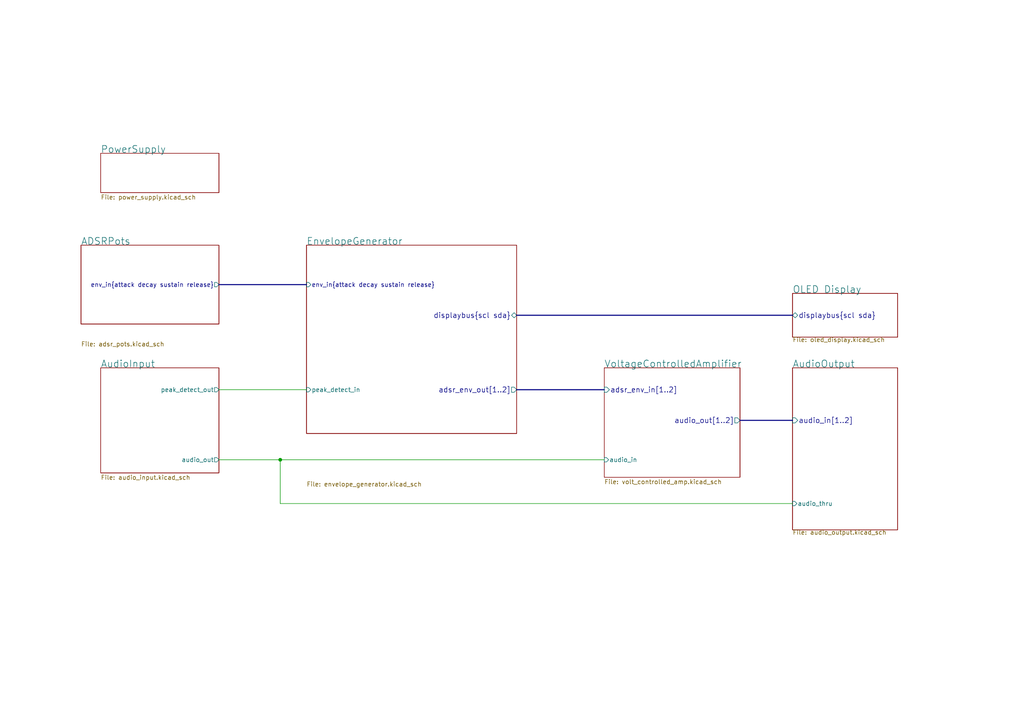
<source format=kicad_sch>
(kicad_sch (version 20230121) (generator eeschema)
  (paper "A4")
  (lib_symbols)
  (junction (at 81.28 133.35))
  (bus (pts (xy 214.63 121.92) (xy 229.87 121.92)))
  (wire (pts (xy 81.28 133.35) (xy 63.5 133.35)))
  (bus (pts (xy 149.86 113.03) (xy 175.26 113.03)))
  (bus (pts (xy 63.5 82.55) (xy 88.9 82.55)))
  (wire (pts (xy 229.87 146.05) (xy 81.28 146.05)))
  (wire (pts (xy 81.28 146.05) (xy 81.28 133.35)))
  (wire (pts (xy 63.5 113.03) (xy 88.9 113.03)))
  (wire (pts (xy 81.28 133.35) (xy 175.26 133.35)))
  (bus (pts (xy 149.86 91.44) (xy 229.87 91.44)))
  (sheet (at 175.26 106.68) (size 39.37 31.75) (stroke (width 0.1524))
    (property "Sheetname" "VoltageControlledAmplifier" (at 175.26 106.68 0) (effects (font (size 2 2)) (justify left bottom)))
    (property "Sheetfile" "volt_controlled_amp.kicad_sch" (at 175.26 139.0146 0) (effects (justify left top)))
    (pin "audio_out[1..2]" output (at 214.63 121.92 0) (effects (font (size 1.5 1.5))))
    (pin "adsr_env_in[1..2]" input (at 175.26 113.03 180) (effects (font (size 1.5 1.5))))
    (pin "audio_in" input (at 175.26 133.35 180))
  )
  (sheet (at 29.21 106.68) (size 34.29 30.48) (stroke (width 0.1524))
    (property "Sheetname" "AudioInput" (at 29.21 106.68 0) (effects (font (size 2 2)) (justify left bottom)))
    (property "Sheetfile" "audio_input.kicad_sch" (at 29.21 137.7446 0) (effects (justify left top)))
    (pin "audio_out" output (at 63.5 133.35 0))
    (pin "peak_detect_out" output (at 63.5 113.03 0))
  )
  (sheet (at 229.87 85.09) (size 30.48 12.7) (stroke (width 0.1524))
    (property "Sheetname" "OLED Display" (at 229.87 85.09 0) (effects (font (size 2 2)) (justify left bottom)))
    (property "Sheetfile" "oled_display.kicad_sch" (at 229.87 97.79 0) (effects (justify left top)))
    (pin "displaybus{scl sda}" bidirectional (at 229.87 91.44 180) (effects (font (size 1.5 1.5))))
  )
  (sheet (at 88.9 71.12) (size 60.96 54.61) (stroke (width 0.1524))
    (property "Sheetname" "EnvelopeGenerator" (at 88.9 71.12 0) (effects (font (size 2 2)) (justify left bottom)))
    (property "Sheetfile" "envelope_generator.kicad_sch" (at 88.9 139.7 0) (effects (justify left top)))
    (pin "displaybus{scl sda}" bidirectional (at 149.86 91.44 0) (effects (font (size 1.5 1.5))))
    (pin "adsr_env_out[1..2]" output (at 149.86 113.03 0) (effects (font (size 1.5 1.5))))
    (pin "peak_detect_in" input (at 88.9 113.03 180))
    (pin "env_in{attack decay sustain release}" input (at 88.9 82.55 180))
  )
  (sheet (at 23.495 71.12) (size 40.005 22.86) (stroke (width 0.1524))
    (property "Sheetname" "ADSRPots" (at 23.495 71.12 0) (effects (font (size 2 2)) (justify left bottom)))
    (property "Sheetfile" "adsr_pots.kicad_sch" (at 23.495 99.06 0) (effects (justify left top)))
    (pin "env_in{attack decay sustain release}" output (at 63.5 82.55 0))
  )
  (sheet (at 229.87 106.68) (size 30.48 46.99) (stroke (width 0.1524))
    (property "Sheetname" "AudioOutput" (at 229.87 106.68 0) (effects (font (size 2 2)) (justify left bottom)))
    (property "Sheetfile" "audio_output.kicad_sch" (at 229.87 153.67 0) (effects (justify left top)))
    (pin "audio_in[1..2]" input (at 229.87 121.92 180) (effects (font (size 1.5 1.5))))
    (pin "audio_thru" input (at 229.87 146.05 180))
  )
  (sheet (at 29.21 44.45) (size 34.29 11.43) (stroke (width 0.1524))
    (property "Sheetname" "PowerSupply" (at 29.21 44.45 0) (effects (font (size 2 2)) (justify left bottom)))
    (property "Sheetfile" "power_supply.kicad_sch" (at 29.21 56.4646 0) (effects (justify left top)))
  )
)
</source>
